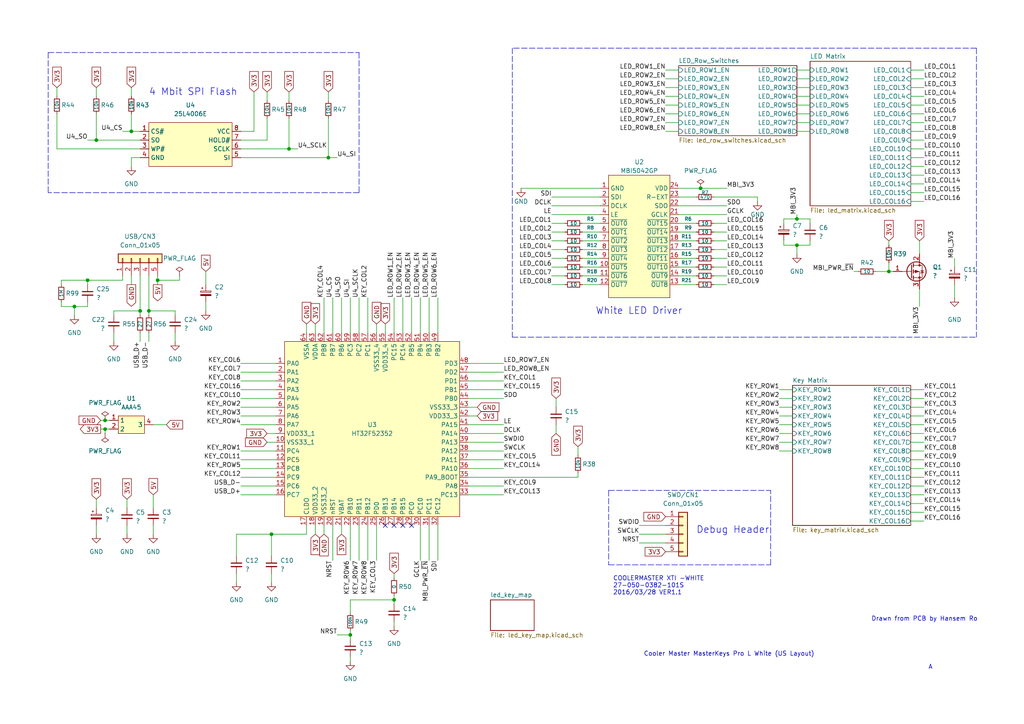
<source format=kicad_sch>
(kicad_sch (version 20211123) (generator eeschema)
  (paper "A4")
  (junction (at 38.1 38.1))
  (junction (at 27.94 40.64))
  (junction (at 25.4 81.28))
  (junction (at 101.6 184.15))
  (junction (at 203.2 54.61))
  (junction (at 30.48 124.46))
  (junction (at 78.74 154.94))
  (junction (at 30.48 121.92))
  (junction (at 83.82 43.18))
  (junction (at 231.14 71.12))
  (junction (at 45.72 81.28))
  (junction (at 231.14 63.5))
  (junction (at 95.25 45.72))
  (junction (at 21.59 88.9))
  (junction (at 114.3 173.99))
  (junction (at 40.64 90.17))
  (junction (at 43.18 90.17))
  (junction (at 257.81 78.74))
  (no_connect (at 114.3 152.4))
  (no_connect (at 111.76 152.4))
  (no_connect (at 116.84 152.4))
  (no_connect (at 119.38 152.4))
  (wire (pts (xy 27.94 33.02) (xy 27.94 40.64)))
  (wire (pts (xy 135.89 138.43) (xy 167.64 138.43)))
  (wire (pts (xy 227.33 63.5) (xy 227.33 64.77)))
  (wire (pts (xy 68.58 161.29) (xy 68.58 154.94)))
  (wire (pts (xy 35.56 38.1) (xy 38.1 38.1)))
  (wire (pts (xy 135.89 107.95) (xy 146.05 107.95)))
  (wire (pts (xy 231.14 71.12) (xy 227.33 71.12)))
  (wire (pts (xy 264.16 30.48) (xy 267.97 30.48)))
  (wire (pts (xy 264.16 143.51) (xy 267.97 143.51)))
  (wire (pts (xy 168.91 82.55) (xy 173.99 82.55)))
  (wire (pts (xy 69.85 107.95) (xy 80.01 107.95)))
  (wire (pts (xy 38.1 38.1) (xy 40.64 38.1)))
  (wire (pts (xy 45.72 81.28) (xy 45.72 82.55)))
  (wire (pts (xy 91.44 154.94) (xy 91.44 152.4)))
  (wire (pts (xy 135.89 130.81) (xy 146.05 130.81)))
  (wire (pts (xy 25.4 82.55) (xy 25.4 81.28)))
  (wire (pts (xy 16.51 33.02) (xy 16.51 43.18)))
  (wire (pts (xy 264.16 27.94) (xy 267.97 27.94)))
  (wire (pts (xy 95.25 26.67) (xy 95.25 29.21)))
  (wire (pts (xy 30.48 124.46) (xy 30.48 125.73)))
  (wire (pts (xy 193.04 20.32) (xy 196.85 20.32)))
  (wire (pts (xy 167.64 129.54) (xy 167.64 132.08)))
  (wire (pts (xy 50.8 90.17) (xy 50.8 91.44)))
  (wire (pts (xy 69.85 105.41) (xy 80.01 105.41)))
  (wire (pts (xy 78.74 166.37) (xy 78.74 168.91)))
  (wire (pts (xy 226.06 115.57) (xy 229.87 115.57)))
  (wire (pts (xy 231.14 62.23) (xy 231.14 63.5)))
  (wire (pts (xy 161.29 123.19) (xy 161.29 125.73)))
  (wire (pts (xy 36.83 147.32) (xy 36.83 144.78)))
  (wire (pts (xy 17.78 81.28) (xy 17.78 82.55)))
  (wire (pts (xy 168.91 74.93) (xy 173.99 74.93)))
  (wire (pts (xy 207.01 74.93) (xy 210.82 74.93)))
  (wire (pts (xy 68.58 166.37) (xy 68.58 168.91)))
  (wire (pts (xy 264.16 133.35) (xy 267.97 133.35)))
  (wire (pts (xy 101.6 184.15) (xy 101.6 185.42)))
  (wire (pts (xy 264.16 113.03) (xy 267.97 113.03)))
  (wire (pts (xy 196.85 62.23) (xy 210.82 62.23)))
  (wire (pts (xy 264.16 20.32) (xy 267.97 20.32)))
  (wire (pts (xy 52.07 80.01) (xy 52.07 81.28)))
  (wire (pts (xy 83.82 26.67) (xy 83.82 29.21)))
  (wire (pts (xy 135.89 113.03) (xy 146.05 113.03)))
  (wire (pts (xy 69.85 133.35) (xy 80.01 133.35)))
  (wire (pts (xy 38.1 48.26) (xy 38.1 45.72)))
  (wire (pts (xy 68.58 154.94) (xy 78.74 154.94)))
  (wire (pts (xy 25.4 81.28) (xy 17.78 81.28)))
  (wire (pts (xy 207.01 69.85) (xy 210.82 69.85)))
  (wire (pts (xy 160.02 80.01) (xy 163.83 80.01)))
  (wire (pts (xy 185.42 154.94) (xy 193.04 154.94)))
  (wire (pts (xy 69.85 40.64) (xy 77.47 40.64)))
  (wire (pts (xy 266.7 69.85) (xy 266.7 73.66)))
  (wire (pts (xy 264.16 118.11) (xy 267.97 118.11)))
  (wire (pts (xy 231.14 20.32) (xy 234.95 20.32)))
  (wire (pts (xy 29.21 121.92) (xy 30.48 121.92)))
  (wire (pts (xy 101.6 190.5) (xy 101.6 191.77)))
  (wire (pts (xy 226.06 123.19) (xy 229.87 123.19)))
  (wire (pts (xy 96.52 86.36) (xy 96.52 96.52)))
  (wire (pts (xy 69.85 138.43) (xy 80.01 138.43)))
  (wire (pts (xy 264.16 22.86) (xy 267.97 22.86)))
  (polyline (pts (xy 223.52 163.83) (xy 223.52 142.24)))
  (wire (pts (xy 69.85 120.65) (xy 80.01 120.65)))
  (polyline (pts (xy 13.97 15.24) (xy 13.97 55.88)))
  (wire (pts (xy 33.02 96.52) (xy 33.02 99.06)))
  (wire (pts (xy 121.92 152.4) (xy 121.92 162.56)))
  (wire (pts (xy 25.4 88.9) (xy 25.4 87.63)))
  (wire (pts (xy 231.14 71.12) (xy 231.14 73.66)))
  (wire (pts (xy 25.4 81.28) (xy 35.56 81.28)))
  (wire (pts (xy 226.06 118.11) (xy 229.87 118.11)))
  (wire (pts (xy 160.02 69.85) (xy 163.83 69.85)))
  (wire (pts (xy 27.94 40.64) (xy 40.64 40.64)))
  (wire (pts (xy 193.04 27.94) (xy 196.85 27.94)))
  (wire (pts (xy 27.94 152.4) (xy 27.94 154.94)))
  (wire (pts (xy 114.3 180.34) (xy 114.3 181.61)))
  (wire (pts (xy 226.06 125.73) (xy 229.87 125.73)))
  (wire (pts (xy 196.85 80.01) (xy 201.93 80.01)))
  (wire (pts (xy 135.89 143.51) (xy 146.05 143.51)))
  (wire (pts (xy 17.78 88.9) (xy 21.59 88.9)))
  (wire (pts (xy 231.14 63.5) (xy 234.95 63.5)))
  (polyline (pts (xy 176.53 163.83) (xy 223.52 163.83)))
  (wire (pts (xy 264.16 151.13) (xy 267.97 151.13)))
  (wire (pts (xy 196.85 72.39) (xy 201.93 72.39)))
  (wire (pts (xy 193.04 35.56) (xy 196.85 35.56)))
  (wire (pts (xy 116.84 86.36) (xy 116.84 96.52)))
  (wire (pts (xy 44.45 147.32) (xy 44.45 143.51)))
  (wire (pts (xy 33.02 91.44) (xy 33.02 90.17)))
  (wire (pts (xy 106.68 86.36) (xy 106.68 96.52)))
  (wire (pts (xy 264.16 140.97) (xy 267.97 140.97)))
  (wire (pts (xy 43.18 90.17) (xy 43.18 91.44)))
  (wire (pts (xy 264.16 48.26) (xy 267.97 48.26)))
  (wire (pts (xy 231.14 27.94) (xy 234.95 27.94)))
  (wire (pts (xy 27.94 25.4) (xy 27.94 27.94)))
  (wire (pts (xy 196.85 64.77) (xy 201.93 64.77)))
  (wire (pts (xy 264.16 135.89) (xy 267.97 135.89)))
  (wire (pts (xy 78.74 154.94) (xy 88.9 154.94)))
  (wire (pts (xy 88.9 93.98) (xy 88.9 96.52)))
  (wire (pts (xy 78.74 154.94) (xy 78.74 161.29)))
  (wire (pts (xy 168.91 77.47) (xy 173.99 77.47)))
  (wire (pts (xy 59.69 87.63) (xy 59.69 90.17)))
  (wire (pts (xy 231.14 63.5) (xy 227.33 63.5)))
  (wire (pts (xy 114.3 173.99) (xy 101.6 173.99)))
  (wire (pts (xy 30.48 121.92) (xy 31.75 121.92)))
  (wire (pts (xy 167.64 138.43) (xy 167.64 137.16)))
  (wire (pts (xy 121.92 86.36) (xy 121.92 96.52)))
  (wire (pts (xy 231.14 22.86) (xy 234.95 22.86)))
  (wire (pts (xy 168.91 72.39) (xy 173.99 72.39)))
  (wire (pts (xy 101.6 86.36) (xy 101.6 96.52)))
  (wire (pts (xy 257.81 78.74) (xy 259.08 78.74)))
  (wire (pts (xy 44.45 123.19) (xy 48.26 123.19)))
  (wire (pts (xy 69.85 135.89) (xy 80.01 135.89)))
  (wire (pts (xy 91.44 93.98) (xy 91.44 96.52)))
  (wire (pts (xy 95.25 45.72) (xy 95.25 34.29)))
  (wire (pts (xy 33.02 90.17) (xy 40.64 90.17)))
  (wire (pts (xy 234.95 63.5) (xy 234.95 64.77)))
  (wire (pts (xy 135.89 115.57) (xy 146.05 115.57)))
  (wire (pts (xy 69.85 118.11) (xy 80.01 118.11)))
  (wire (pts (xy 207.01 64.77) (xy 210.82 64.77)))
  (wire (pts (xy 168.91 80.01) (xy 173.99 80.01)))
  (wire (pts (xy 193.04 33.02) (xy 196.85 33.02)))
  (wire (pts (xy 160.02 57.15) (xy 173.99 57.15)))
  (wire (pts (xy 234.95 71.12) (xy 231.14 71.12)))
  (wire (pts (xy 77.47 125.73) (xy 80.01 125.73)))
  (polyline (pts (xy 283.21 13.97) (xy 283.21 97.79)))
  (wire (pts (xy 151.13 54.61) (xy 173.99 54.61)))
  (wire (pts (xy 27.94 144.78) (xy 27.94 147.32)))
  (wire (pts (xy 226.06 130.81) (xy 229.87 130.81)))
  (wire (pts (xy 104.14 86.36) (xy 104.14 96.52)))
  (wire (pts (xy 30.48 124.46) (xy 31.75 124.46)))
  (wire (pts (xy 264.16 55.88) (xy 267.97 55.88)))
  (wire (pts (xy 109.22 93.98) (xy 109.22 96.52)))
  (wire (pts (xy 16.51 43.18) (xy 40.64 43.18)))
  (wire (pts (xy 50.8 96.52) (xy 50.8 99.06)))
  (wire (pts (xy 135.89 135.89) (xy 146.05 135.89)))
  (wire (pts (xy 114.3 172.72) (xy 114.3 173.99)))
  (wire (pts (xy 196.85 77.47) (xy 201.93 77.47)))
  (wire (pts (xy 16.51 25.4) (xy 16.51 27.94)))
  (wire (pts (xy 114.3 173.99) (xy 114.3 175.26)))
  (wire (pts (xy 83.82 34.29) (xy 83.82 43.18)))
  (wire (pts (xy 207.01 77.47) (xy 210.82 77.47)))
  (wire (pts (xy 254 78.74) (xy 257.81 78.74)))
  (wire (pts (xy 95.25 45.72) (xy 97.79 45.72)))
  (wire (pts (xy 119.38 86.36) (xy 119.38 96.52)))
  (wire (pts (xy 93.98 154.94) (xy 93.98 152.4)))
  (wire (pts (xy 227.33 69.85) (xy 227.33 71.12)))
  (wire (pts (xy 247.65 78.74) (xy 248.92 78.74)))
  (wire (pts (xy 264.16 53.34) (xy 267.97 53.34)))
  (wire (pts (xy 77.47 26.67) (xy 77.47 29.21)))
  (wire (pts (xy 43.18 90.17) (xy 50.8 90.17)))
  (wire (pts (xy 43.18 96.52) (xy 43.18 99.06)))
  (wire (pts (xy 185.42 157.48) (xy 193.04 157.48)))
  (wire (pts (xy 219.71 57.15) (xy 207.01 57.15)))
  (wire (pts (xy 73.66 26.67) (xy 73.66 38.1)))
  (wire (pts (xy 69.85 115.57) (xy 80.01 115.57)))
  (wire (pts (xy 160.02 67.31) (xy 163.83 67.31)))
  (wire (pts (xy 138.43 120.65) (xy 135.89 120.65)))
  (wire (pts (xy 38.1 25.4) (xy 38.1 27.94)))
  (wire (pts (xy 231.14 35.56) (xy 234.95 35.56)))
  (wire (pts (xy 207.01 80.01) (xy 210.82 80.01)))
  (wire (pts (xy 264.16 120.65) (xy 267.97 120.65)))
  (wire (pts (xy 135.89 123.19) (xy 146.05 123.19)))
  (wire (pts (xy 77.47 128.27) (xy 80.01 128.27)))
  (polyline (pts (xy 283.21 13.97) (xy 148.59 13.97)))
  (wire (pts (xy 264.16 38.1) (xy 267.97 38.1)))
  (wire (pts (xy 264.16 123.19) (xy 267.97 123.19)))
  (wire (pts (xy 196.85 57.15) (xy 201.93 57.15)))
  (wire (pts (xy 264.16 33.02) (xy 267.97 33.02)))
  (wire (pts (xy 69.85 123.19) (xy 80.01 123.19)))
  (wire (pts (xy 127 152.4) (xy 127 162.56)))
  (wire (pts (xy 135.89 133.35) (xy 146.05 133.35)))
  (wire (pts (xy 101.6 152.4) (xy 101.6 162.56)))
  (wire (pts (xy 93.98 86.36) (xy 93.98 96.52)))
  (wire (pts (xy 69.85 45.72) (xy 95.25 45.72)))
  (polyline (pts (xy 148.59 13.97) (xy 148.59 97.79)))
  (wire (pts (xy 160.02 64.77) (xy 163.83 64.77)))
  (wire (pts (xy 35.56 81.28) (xy 35.56 80.01)))
  (wire (pts (xy 135.89 125.73) (xy 146.05 125.73)))
  (wire (pts (xy 231.14 25.4) (xy 234.95 25.4)))
  (wire (pts (xy 111.76 93.98) (xy 111.76 96.52)))
  (wire (pts (xy 109.22 152.4) (xy 109.22 162.56)))
  (wire (pts (xy 264.16 138.43) (xy 267.97 138.43)))
  (wire (pts (xy 196.85 74.93) (xy 201.93 74.93)))
  (polyline (pts (xy 176.53 142.24) (xy 223.52 142.24)))
  (wire (pts (xy 101.6 173.99) (xy 101.6 177.8)))
  (wire (pts (xy 77.47 40.64) (xy 77.47 34.29)))
  (wire (pts (xy 99.06 154.94) (xy 99.06 152.4)))
  (wire (pts (xy 264.16 45.72) (xy 267.97 45.72)))
  (wire (pts (xy 160.02 74.93) (xy 163.83 74.93)))
  (wire (pts (xy 17.78 87.63) (xy 17.78 88.9)))
  (wire (pts (xy 207.01 67.31) (xy 210.82 67.31)))
  (wire (pts (xy 97.79 184.15) (xy 101.6 184.15)))
  (wire (pts (xy 38.1 45.72) (xy 40.64 45.72)))
  (wire (pts (xy 264.16 50.8) (xy 267.97 50.8)))
  (wire (pts (xy 231.14 38.1) (xy 234.95 38.1)))
  (polyline (pts (xy 148.59 97.79) (xy 283.21 97.79)))
  (wire (pts (xy 135.89 110.49) (xy 146.05 110.49)))
  (wire (pts (xy 193.04 22.86) (xy 196.85 22.86)))
  (wire (pts (xy 160.02 82.55) (xy 163.83 82.55)))
  (polyline (pts (xy 13.97 15.24) (xy 104.14 15.24)))
  (wire (pts (xy 83.82 43.18) (xy 86.36 43.18)))
  (wire (pts (xy 203.2 54.61) (xy 210.82 54.61)))
  (wire (pts (xy 264.16 43.18) (xy 267.97 43.18)))
  (wire (pts (xy 264.16 128.27) (xy 267.97 128.27)))
  (wire (pts (xy 44.45 152.4) (xy 44.45 154.94)))
  (wire (pts (xy 135.89 128.27) (xy 146.05 128.27)))
  (wire (pts (xy 257.81 76.2) (xy 257.81 78.74)))
  (wire (pts (xy 234.95 69.85) (xy 234.95 71.12)))
  (wire (pts (xy 135.89 105.41) (xy 146.05 105.41)))
  (wire (pts (xy 29.21 124.46) (xy 30.48 124.46)))
  (wire (pts (xy 257.81 69.85) (xy 257.81 71.12)))
  (wire (pts (xy 114.3 166.37) (xy 114.3 167.64)))
  (wire (pts (xy 266.7 83.82) (xy 266.7 88.9)))
  (wire (pts (xy 69.85 140.97) (xy 80.01 140.97)))
  (wire (pts (xy 276.86 74.93) (xy 276.86 77.47)))
  (wire (pts (xy 40.64 80.01) (xy 40.64 90.17)))
  (polyline (pts (xy 176.53 142.24) (xy 176.53 163.83)))
  (wire (pts (xy 127 86.36) (xy 127 96.52)))
  (wire (pts (xy 160.02 59.69) (xy 173.99 59.69)))
  (wire (pts (xy 69.85 143.51) (xy 80.01 143.51)))
  (wire (pts (xy 196.85 67.31) (xy 201.93 67.31)))
  (wire (pts (xy 264.16 40.64) (xy 267.97 40.64)))
  (wire (pts (xy 40.64 90.17) (xy 40.64 91.44)))
  (polyline (pts (xy 104.14 55.88) (xy 13.97 55.88)))
  (wire (pts (xy 193.04 30.48) (xy 196.85 30.48)))
  (wire (pts (xy 83.82 43.18) (xy 69.85 43.18)))
  (wire (pts (xy 193.04 25.4) (xy 196.85 25.4)))
  (wire (pts (xy 161.29 115.57) (xy 161.29 118.11)))
  (wire (pts (xy 219.71 58.42) (xy 219.71 57.15)))
  (wire (pts (xy 124.46 152.4) (xy 124.46 162.56)))
  (wire (pts (xy 231.14 33.02) (xy 234.95 33.02)))
  (wire (pts (xy 124.46 86.36) (xy 124.46 96.52)))
  (wire (pts (xy 264.16 115.57) (xy 267.97 115.57)))
  (wire (pts (xy 264.16 58.42) (xy 267.97 58.42)))
  (wire (pts (xy 38.1 33.02) (xy 38.1 38.1)))
  (wire (pts (xy 226.06 128.27) (xy 229.87 128.27)))
  (wire (pts (xy 264.16 130.81) (xy 267.97 130.81)))
  (wire (pts (xy 264.16 35.56) (xy 267.97 35.56)))
  (wire (pts (xy 168.91 64.77) (xy 173.99 64.77)))
  (wire (pts (xy 69.85 130.81) (xy 80.01 130.81)))
  (wire (pts (xy 160.02 72.39) (xy 163.83 72.39)))
  (wire (pts (xy 101.6 182.88) (xy 101.6 184.15)))
  (wire (pts (xy 196.85 69.85) (xy 201.93 69.85)))
  (wire (pts (xy 264.16 125.73) (xy 267.97 125.73)))
  (wire (pts (xy 104.14 152.4) (xy 104.14 162.56)))
  (wire (pts (xy 135.89 140.97) (xy 146.05 140.97)))
  (wire (pts (xy 226.06 120.65) (xy 229.87 120.65)))
  (wire (pts (xy 36.83 152.4) (xy 36.83 154.94)))
  (wire (pts (xy 43.18 80.01) (xy 43.18 90.17)))
  (wire (pts (xy 168.91 69.85) (xy 173.99 69.85)))
  (wire (pts (xy 196.85 54.61) (xy 203.2 54.61)))
  (wire (pts (xy 264.16 146.05) (xy 267.97 146.05)))
  (wire (pts (xy 264.16 25.4) (xy 267.97 25.4)))
  (wire (pts (xy 207.01 82.55) (xy 210.82 82.55)))
  (wire (pts (xy 226.06 113.03) (xy 229.87 113.03)))
  (wire (pts (xy 40.64 96.52) (xy 40.64 99.06)))
  (wire (pts (xy 196.85 82.55) (xy 201.93 82.55)))
  (wire (pts (xy 276.86 82.55) (xy 276.86 86.36)))
  (wire (pts (xy 73.66 38.1) (xy 69.85 38.1)))
  (wire (pts (xy 45.72 81.28) (xy 52.07 81.28)))
  (wire (pts (xy 231.14 30.48) (xy 234.95 30.48)))
  (wire (pts (xy 185.42 152.4) (xy 193.04 152.4)))
  (wire (pts (xy 168.91 67.31) (xy 173.99 67.31)))
  (wire (pts (xy 69.85 110.49) (xy 80.01 110.49)))
  (wire (pts (xy 138.43 118.11) (xy 135.89 118.11)))
  (wire (pts (xy 38.1 80.01) (xy 38.1 82.55)))
  (wire (pts (xy 114.3 86.36) (xy 114.3 96.52)))
  (wire (pts (xy 69.85 113.03) (xy 80.01 113.03)))
  (wire (pts (xy 99.06 86.36) (xy 99.06 96.52)))
  (wire (pts (xy 193.04 38.1) (xy 196.85 38.1)))
  (polyline (pts (xy 104.14 15.24) (xy 104.14 55.88)))
  (wire (pts (xy 264.16 148.59) (xy 267.97 148.59)))
  (wire (pts (xy 196.85 59.69) (xy 210.82 59.69)))
  (wire (pts (xy 21.59 88.9) (xy 25.4 88.9)))
  (wire (pts (xy 160.02 77.47) (xy 163.83 77.47)))
  (wire (pts (xy 96.52 152.4) (xy 96.52 162.56)))
  (wire (pts (xy 21.59 88.9) (xy 21.59 91.44)))
  (wire (pts (xy 106.68 152.4) (xy 106.68 162.56)))
  (wire (pts (xy 160.02 62.23) (xy 173.99 62.23)))
  (wire (pts (xy 25.4 40.64) (xy 27.94 40.64)))
  (wire (pts (xy 45.72 80.01) (xy 45.72 81.28)))
  (wire (pts (xy 88.9 154.94) (xy 88.9 152.4)))
  (wire (pts (xy 207.01 72.39) (xy 210.82 72.39)))
  (wire (pts (xy 59.69 78.74) (xy 59.69 82.55)))
  (text "White LED Driver" (at 172.72 91.44 0) (effects (font (size 2 2)) (justify left bottom)))
  (text "Drawn from PCB by Hansem Ro" (at 252.73 180.34 0) (effects (font (size 1.27 1.27)) (justify left bottom)))
  (text "Debug Header" (at 201.93 154.94 0) (effects (font (size 2 2)) (justify left bottom)))
  (text "Cooler Master MasterKeys Pro L White (US Layout)" (at 186.69 190.5 0) (effects (font (size 1.27 1.27)) (justify left bottom)))
  (text "COOLERMASTER XTI -WHITE\n27-050-0382-101S\n2016/03/28 VER1.1" (at 177.8 172.72 0) (effects (font (size 1.27 1.27)) (justify left bottom)))
  (text "A" (at 269.24 194.31 0) (effects (font (size 1.27 1.27)) (justify left bottom)))
  (text "4 Mbit SPI Flash" (at 43.18 27.94 0) (effects (font (size 2 2)) (justify left bottom)))
  (label "KEY_COL8" (at 69.85 110.49 180))
  (label "LED_ROW7_EN" (at 146.05 105.41 0))
  (label "LED_COL2" (at 267.97 22.86 0))
  (label "U4_CS" (at 96.52 86.36 90))
  (label "LED_COL4" (at 160.02 72.39 180))
  (label "KEY_COL6" (at 267.97 125.73 0))
  (label "KEY_ROW8" (at 106.68 162.56 270))
  (label "KEY_COL9" (at 267.97 133.35 0))
  (label "LED_COL9" (at 267.97 40.64 0))
  (label "LED_COL13" (at 210.82 72.39 0))
  (label "LED_COL12" (at 210.82 74.93 0))
  (label "LED_ROW2_EN" (at 193.04 22.86 180))
  (label "KEY_COL12" (at 267.97 140.97 0))
  (label "KEY_ROW2" (at 226.06 115.57 180))
  (label "KEY_COL2" (at 267.97 115.57 0))
  (label "LED_COL9" (at 210.82 82.55 0))
  (label "LE" (at 160.02 62.23 180))
  (label "LED_ROW1_EN" (at 193.04 20.32 180))
  (label "KEY_COL14" (at 267.97 146.05 0))
  (label "LED_COL3" (at 160.02 69.85 180))
  (label "GCLK" (at 121.92 162.56 270))
  (label "LED_ROW5_EN" (at 193.04 30.48 180))
  (label "LED_COL16" (at 210.82 64.77 0))
  (label "KEY_ROW6" (at 226.06 125.73 180))
  (label "LED_COL5" (at 160.02 74.93 180))
  (label "MBI_3V3" (at 231.14 62.23 90))
  (label "LED_COL6" (at 267.97 33.02 0))
  (label "KEY_COL15" (at 146.05 113.03 0))
  (label "LED_ROW6_EN" (at 127 86.36 90))
  (label "KEY_COL16" (at 267.97 151.13 0))
  (label "USB_D+" (at 69.85 143.51 180))
  (label "DCLK" (at 146.05 125.73 0))
  (label "MBI_3V3" (at 210.82 54.61 0))
  (label "KEY_COL11" (at 267.97 138.43 0))
  (label "LED_COL6" (at 160.02 77.47 180))
  (label "KEY_COL14" (at 146.05 135.89 0))
  (label "LED_ROW8_EN" (at 146.05 107.95 0))
  (label "KEY_COL12" (at 69.85 138.43 180))
  (label "U4_SO" (at 99.06 86.36 90))
  (label "LED_COL16" (at 267.97 58.42 0))
  (label "LED_ROW8_EN" (at 193.04 38.1 180))
  (label "KEY_COL13" (at 267.97 143.51 0))
  (label "LED_COL14" (at 267.97 53.34 0))
  (label "LED_COL10" (at 267.97 43.18 0))
  (label "KEY_COL1" (at 267.97 113.03 0))
  (label "LED_COL8" (at 160.02 82.55 180))
  (label "MBI_3V3" (at 276.86 74.93 90))
  (label "KEY_ROW6" (at 101.6 162.56 270))
  (label "DCLK" (at 160.02 59.69 180))
  (label "U4_SI" (at 101.6 86.36 90))
  (label "KEY_ROW2" (at 69.85 118.11 180))
  (label "SDO" (at 210.82 59.69 0))
  (label "KEY_COL1" (at 146.05 110.49 0))
  (label "LED_COL7" (at 267.97 35.56 0))
  (label "SWCLK" (at 146.05 130.81 0))
  (label "MBI_3V3" (at 266.7 88.9 270))
  (label "U4_CS" (at 35.56 38.1 180))
  (label "KEY_ROW5" (at 69.85 135.89 180))
  (label "U4_SO" (at 25.4 40.64 180))
  (label "MBI_PWR_~{EN}" (at 124.46 162.56 270))
  (label "LED_COL11" (at 210.82 77.47 0))
  (label "NRST" (at 97.79 184.15 180))
  (label "LED_COL4" (at 267.97 27.94 0))
  (label "KEY_COL7" (at 69.85 107.95 180))
  (label "USB_D-" (at 43.18 99.06 270))
  (label "KEY_COL8" (at 267.97 130.81 0))
  (label "KEY_COL4" (at 267.97 120.65 0))
  (label "U4_SI" (at 97.79 45.72 0))
  (label "LED_COL13" (at 267.97 50.8 0))
  (label "LED_COL1" (at 160.02 64.77 180))
  (label "KEY_COL6" (at 69.85 105.41 180))
  (label "SWDIO" (at 185.42 152.4 180))
  (label "LED_ROW5_EN" (at 124.46 86.36 90))
  (label "KEY_ROW1" (at 226.06 113.03 180))
  (label "KEY_COL3" (at 109.22 162.56 270))
  (label "LE" (at 146.05 123.19 0))
  (label "MBI_PWR_~{EN}" (at 247.65 78.74 180))
  (label "KEY_COL4" (at 93.98 86.36 90))
  (label "KEY_ROW4" (at 69.85 123.19 180))
  (label "KEY_COL13" (at 146.05 143.51 0))
  (label "KEY_COL5" (at 146.05 133.35 0))
  (label "LED_ROW7_EN" (at 193.04 35.56 180))
  (label "KEY_ROW3" (at 226.06 118.11 180))
  (label "LED_ROW6_EN" (at 193.04 33.02 180))
  (label "KEY_ROW7" (at 226.06 128.27 180))
  (label "LED_COL11" (at 267.97 45.72 0))
  (label "USB_D-" (at 69.85 140.97 180))
  (label "KEY_COL7" (at 267.97 128.27 0))
  (label "KEY_COL9" (at 146.05 140.97 0))
  (label "USB_D+" (at 40.64 99.06 270))
  (label "LED_COL7" (at 160.02 80.01 180))
  (label "KEY_COL5" (at 267.97 123.19 0))
  (label "LED_COL12" (at 267.97 48.26 0))
  (label "LED_ROW2_EN" (at 116.84 86.36 90))
  (label "LED_ROW4_EN" (at 121.92 86.36 90))
  (label "NRST" (at 96.52 162.56 270))
  (label "SWDIO" (at 146.05 128.27 0))
  (label "KEY_COL10" (at 69.85 115.57 180))
  (label "LED_ROW3_EN" (at 193.04 25.4 180))
  (label "KEY_COL3" (at 267.97 118.11 0))
  (label "LED_COL2" (at 160.02 67.31 180))
  (label "KEY_COL2" (at 106.68 86.36 90))
  (label "SDO" (at 146.05 115.57 0))
  (label "SWCLK" (at 185.42 154.94 180))
  (label "NRST" (at 185.42 157.48 180))
  (label "LED_COL3" (at 267.97 25.4 0))
  (label "KEY_ROW8" (at 226.06 130.81 180))
  (label "LED_COL15" (at 210.82 67.31 0))
  (label "KEY_ROW3" (at 69.85 120.65 180))
  (label "U4_SCLK" (at 104.14 86.36 90))
  (label "LED_ROW1_EN" (at 114.3 86.36 90))
  (label "LED_COL15" (at 267.97 55.88 0))
  (label "LED_ROW3_EN" (at 119.38 86.36 90))
  (label "KEY_ROW7" (at 104.14 162.56 270))
  (label "LED_COL5" (at 267.97 30.48 0))
  (label "LED_COL1" (at 267.97 20.32 0))
  (label "KEY_COL10" (at 267.97 135.89 0))
  (label "KEY_COL15" (at 267.97 148.59 0))
  (label "LED_ROW4_EN" (at 193.04 27.94 180))
  (label "KEY_ROW4" (at 226.06 120.65 180))
  (label "LED_COL8" (at 267.97 38.1 0))
  (label "LED_COL10" (at 210.82 80.01 0))
  (label "KEY_ROW1" (at 69.85 130.81 180))
  (label "LED_COL14" (at 210.82 69.85 0))
  (label "SDI" (at 160.02 57.15 180))
  (label "SDI" (at 127 162.56 270))
  (label "KEY_COL16" (at 69.85 113.03 180))
  (label "GCLK" (at 210.82 62.23 0))
  (label "KEY_ROW5" (at 226.06 123.19 180))
  (label "KEY_COL11" (at 69.85 133.35 180))
  (label "U4_SCLK" (at 86.36 43.18 0))
  (global_label "3V3" (shape input) (at 27.94 144.78 90) (property "Intersheet References" "${INTERSHEET_REFS}" (effects hide)))
  (global_label "3V3" (shape input) (at 167.64 129.54 90) (property "Intersheet References" "${INTERSHEET_REFS}" (effects hide)))
  (global_label "5V" (shape input) (at 44.45 143.51 90) (property "Intersheet References" "${INTERSHEET_REFS}" (effects hide)))
  (global_label "3V3" (shape input) (at 266.7 69.85 90) (property "Intersheet References" "${INTERSHEET_REFS}" (effects hide)))
  (global_label "3V3" (shape input) (at 38.1 25.4 90) (property "Intersheet References" "${INTERSHEET_REFS}" (effects hide)))
  (global_label "3V3" (shape input) (at 77.47 125.73 180) (property "Intersheet References" "${INTERSHEET_REFS}" (effects hide)))
  (global_label "5V" (shape input) (at 59.69 78.74 90) (property "Intersheet References" "${INTERSHEET_REFS}" (effects hide)))
  (global_label "GND" (shape input) (at 109.22 93.98 90) (property "Intersheet References" "${INTERSHEET_REFS}" (effects hide)))
  (global_label "3V3" (shape input) (at 114.3 166.37 90) (property "Intersheet References" "${INTERSHEET_REFS}" (effects hide)))
  (global_label "3V3" (shape input) (at 111.76 93.98 90) (property "Intersheet References" "${INTERSHEET_REFS}" (effects hide)))
  (global_label "3V3" (shape input) (at 138.43 120.65 0) (property "Intersheet References" "${INTERSHEET_REFS}" (effects hide)))
  (global_label "GND" (shape input) (at 138.43 118.11 0) (property "Intersheet References" "${INTERSHEET_REFS}" (effects hide)))
  (global_label "3V3" (shape input) (at 83.82 26.67 90) (property "Intersheet References" "${INTERSHEET_REFS}" (effects hide)))
  (global_label "3V3" (shape input) (at 77.47 26.67 90) (property "Intersheet References" "${INTERSHEET_REFS}" (effects hide)))
  (global_label "5V" (shape output) (at 45.72 82.55 270) (property "Intersheet References" "${INTERSHEET_REFS}" (effects hide)))
  (global_label "3V3" (shape input) (at 73.66 26.67 90) (property "Intersheet References" "${INTERSHEET_REFS}" (effects hide)))
  (global_label "GND" (shape input) (at 193.04 149.86 180) (property "Intersheet References" "${INTERSHEET_REFS}" (effects hide)))
  (global_label "3V3" (shape input) (at 95.25 26.67 90) (property "Intersheet References" "${INTERSHEET_REFS}" (effects hide)))
  (global_label "3V3" (shape input) (at 36.83 144.78 90) (property "Intersheet References" "${INTERSHEET_REFS}" (effects hide)))
  (global_label "3V3" (shape input) (at 257.81 69.85 90) (property "Intersheet References" "${INTERSHEET_REFS}" (effects hide)))
  (global_label "GND" (shape input) (at 161.29 125.73 270) (property "Intersheet References" "${INTERSHEET_REFS}" (effects hide)))
  (global_label "3V3" (shape input) (at 91.44 93.98 90) (property "Intersheet References" "${INTERSHEET_REFS}" (effects hide)))
  (global_label "GND" (shape input) (at 88.9 93.98 90) (property "Intersheet References" "${INTERSHEET_REFS}" (effects hide)))
  (global_label "3V3" (shape input) (at 99.06 154.94 270) (property "Intersheet References" "${INTERSHEET_REFS}" (effects hide)))
  (global_label "5V" (shape input) (at 48.26 123.19 0) (property "Intersheet References" "${INTERSHEET_REFS}" (effects hide)))
  (global_label "3V3" (shape input) (at 91.44 154.94 270) (property "Intersheet References" "${INTERSHEET_REFS}" (effects hide)))
  (global_label "3V3" (shape input) (at 16.51 25.4 90) (property "Intersheet References" "${INTERSHEET_REFS}" (effects hide)))
  (global_label "3V3" (shape input) (at 193.04 160.02 180) (property "Intersheet References" "${INTERSHEET_REFS}" (effects hide)))
  (global_label "GND" (shape input) (at 29.21 121.92 180) (property "Intersheet References" "${INTERSHEET_REFS}" (effects hide)))
  (global_label "GND" (shape input) (at 93.98 154.94 270) (property "Intersheet References" "${INTERSHEET_REFS}" (effects hide)))
  (global_label "3V3" (shape input) (at 27.94 25.4 90) (property "Intersheet References" "${INTERSHEET_REFS}" (effects hide)))
  (global_label "GND" (shape output) (at 38.1 82.55 270) (property "Intersheet References" "${INTERSHEET_REFS}" (effects hide)))
  (global_label "3V3" (shape input) (at 161.29 115.57 90) (property "Intersheet References" "${INTERSHEET_REFS}" (effects hide)))
  (global_label "GND" (shape input) (at 77.47 128.27 180) (property "Intersheet References" "${INTERSHEET_REFS}" (effects hide)))
  (global_label "3V3" (shape output) (at 29.21 124.46 180) (property "Intersheet References" "${INTERSHEET_REFS}" (effects hide)))
  (symbol (lib_id "Device:C_Small") (at 25.4 85.09 0) (unit 1)
    (property "Reference" "C25" (at 27.94 83.8262 0) (effects (justify left)))
    (property "Value" "?" (at 27.94 86.3662 0) (effects (justify left)))
  )
  (symbol (lib_id "Device:R_Small") (at 257.81 73.66 180) (unit 1)
    (property "Reference" "R39" (at 259.08 73.66 0) (effects (justify right)))
    (property "Value" "10k" (at 257.81 73.66 90) (effects (font (size 1 1))))
  )
  (symbol (lib_id "Device:R_Small") (at 166.37 64.77 90) (unit 1)
    (property "Reference" "R5" (at 170.18 63.5 90) (effects (font (size 1 1)) (justify right)))
    (property "Value" "10" (at 166.37 64.77 90) (effects (font (size 1 1))))
  )
  (symbol (lib_id "Device:R_Small") (at 83.82 31.75 0) (unit 1)
    (property "Reference" "R48" (at 85.09 31.75 0) (effects (justify left)))
    (property "Value" "10k" (at 83.82 31.75 90) (effects (font (size 1 1))))
  )
  (symbol (lib_id "Device:C_Polarized_Small") (at 276.86 80.01 0) (unit 1)
    (property "Reference" "C11" (at 279.4 78.1938 0) (effects (justify left)))
    (property "Value" "?" (at 279.4 80.7338 0) (effects (justify left)))
  )
  (symbol (lib_id "power:GND") (at 59.69 90.17 0) (unit 1)
    (property "Reference" "#PWR0124" (effects hide))
    (property "Value" "GND" (at 59.69 95.25 0))
  )
  (symbol (lib_id "Device:R_Small") (at 251.46 78.74 90) (unit 1)
    (property "Reference" "R42" (at 251.46 76.2 90))
    (property "Value" "10" (at 251.46 78.74 90) (effects (font (size 1 1))))
  )
  (symbol (lib_id "power:GND") (at 78.74 168.91 0) (unit 1)
    (property "Reference" "#PWR0101" (effects hide))
    (property "Value" "GND" (at 78.74 173.99 0))
  )
  (symbol (lib_id "power:GND") (at 36.83 154.94 0) (unit 1)
    (property "Reference" "#PWR0129" (effects hide))
    (property "Value" "GND" (at 36.83 160.02 0))
  )
  (symbol (lib_id "Device:R_Small") (at 16.51 30.48 0) (unit 1)
    (property "Reference" "R44" (at 17.78 30.48 0) (effects (justify left)))
    (property "Value" "10k" (at 16.51 30.48 90) (effects (font (size 1 1))))
  )
  (symbol (lib_id "Device:R_Small") (at 77.47 31.75 0) (unit 1)
    (property "Reference" "R45" (at 78.74 31.75 0) (effects (justify left)))
    (property "Value" "10k" (at 77.47 31.75 90) (effects (font (size 1 1))))
  )
  (symbol (lib_id "Connector_Generic:Conn_01x05") (at 198.12 154.94 0) (unit 1)
    (property "Reference" "SWD/CN1" (at 198.12 143.51 0))
    (property "Value" "Conn_01x05" (at 198.12 146.05 0))
  )
  (symbol (lib_id "power:GND") (at 50.8 99.06 0) (unit 1)
    (property "Reference" "#PWR0126" (effects hide))
    (property "Value" "GND" (at 50.8 104.14 0))
  )
  (symbol (lib_id "Device:C_Small") (at 78.74 163.83 0) (unit 1)
    (property "Reference" "C10" (at 81.28 162.5662 0) (effects (justify left)))
    (property "Value" "?" (at 81.28 165.1062 0) (effects (justify left)))
  )
  (symbol (lib_id "Device:R_Small") (at 204.47 72.39 90) (unit 1)
    (property "Reference" "R13" (at 200.66 71.12 90) (effects (font (size 1 1)) (justify left)))
    (property "Value" "10" (at 204.47 72.39 90) (effects (font (size 1 1))))
  )
  (symbol (lib_id "Device:C_Small") (at 68.58 163.83 0) (unit 1)
    (property "Reference" "C12" (at 71.12 162.5662 0) (effects (justify left)))
    (property "Value" "?" (at 71.12 165.1062 0) (effects (justify left)))
  )
  (symbol (lib_id "power:GND") (at 38.1 48.26 0) (unit 1)
    (property "Reference" "#PWR0103" (effects hide))
    (property "Value" "GND" (at 38.1 53.34 0))
  )
  (symbol (lib_id "power:GND") (at 114.3 181.61 0) (unit 1)
    (property "Reference" "#PWR0132" (effects hide))
    (property "Value" "GND" (at 114.3 186.69 0))
  )
  (symbol (lib_id "Device:R_Small") (at 166.37 82.55 90) (unit 1)
    (property "Reference" "R20" (at 170.18 81.28 90) (effects (font (size 1 1)) (justify right)))
    (property "Value" "10" (at 166.37 82.55 90) (effects (font (size 1 1))))
  )
  (symbol (lib_id "Device:R_Small") (at 204.47 82.55 90) (unit 1)
    (property "Reference" "R21" (at 200.66 81.28 90) (effects (font (size 1 1)) (justify left)))
    (property "Value" "10" (at 204.47 82.55 90) (effects (font (size 1 1))))
  )
  (symbol (lib_id "Device:R_Small") (at 114.3 170.18 0) (unit 1)
    (property "Reference" "R50" (at 115.57 170.18 0) (effects (justify left)))
    (property "Value" "0" (at 114.3 170.18 90) (effects (font (size 1 1))))
  )
  (symbol (lib_id "Device:C_Polarized_Small") (at 27.94 149.86 0) (unit 1)
    (property "Reference" "C4" (at 30.48 148.0438 0) (effects (justify left)))
    (property "Value" "?" (at 30.48 150.5838 0) (effects (justify left)))
  )
  (symbol (lib_id "power:PWR_FLAG") (at 30.48 125.73 180) (unit 1)
    (property "Reference" "#FLG0103" (effects hide))
    (property "Value" "PWR_FLAG" (at 30.48 130.81 0))
  )
  (symbol (lib_id "Device:R_Small") (at 166.37 77.47 90) (unit 1)
    (property "Reference" "R16" (at 170.18 76.2 90) (effects (font (size 1 1)) (justify right)))
    (property "Value" "10" (at 166.37 77.47 90) (effects (font (size 1 1))))
  )
  (symbol (lib_id "power:GND") (at 27.94 154.94 0) (unit 1)
    (property "Reference" "#PWR0128" (effects hide))
    (property "Value" "GND" (at 27.94 160.02 0))
  )
  (symbol (lib_id "Device:R_Small") (at 204.47 69.85 90) (unit 1)
    (property "Reference" "R11" (at 200.66 68.58 90) (effects (font (size 1 1)) (justify left)))
    (property "Value" "10" (at 204.47 69.85 90) (effects (font (size 1 1))))
  )
  (symbol (lib_id "power:GND") (at 219.71 58.42 0) (unit 1)
    (property "Reference" "#PWR0106" (effects hide))
    (property "Value" "GND" (at 219.71 62.23 0))
  )
  (symbol (lib_id "power:GND") (at 33.02 99.06 0) (unit 1)
    (property "Reference" "#PWR0127" (effects hide))
    (property "Value" "GND" (at 33.02 104.14 0))
  )
  (symbol (lib_id "power:PWR_FLAG") (at 30.48 121.92 0) (unit 1)
    (property "Reference" "#FLG0104" (effects hide))
    (property "Value" "PWR_FLAG" (at 30.48 116.84 0))
  )
  (symbol (lib_id "power:PWR_FLAG") (at 203.2 54.61 0) (unit 1)
    (property "Reference" "#FLG0101" (effects hide))
    (property "Value" "PWR_FLAG" (at 203.2 49.53 0))
  )
  (symbol (lib_id "Device:R_Small") (at 204.47 67.31 90) (unit 1)
    (property "Reference" "R9" (at 200.66 66.04 90) (effects (font (size 1 1)) (justify left)))
    (property "Value" "10" (at 204.47 67.31 90) (effects (font (size 1 1))))
  )
  (symbol (lib_id "Device:Q_PMOS_GDS") (at 264.16 78.74 0) (unit 1)
    (property "Reference" "Q1" (at 270.51 77.4699 0) (effects (justify left)))
    (property "Value" "?" (at 270.51 80.0099 0) (effects (justify left)))
  )
  (symbol (lib_id "MBI5042:MBI5042GP") (at 185.42 68.58 0) (unit 1)
    (property "Reference" "U2" (at 185.42 46.99 0))
    (property "Value" "MBI5042GP" (at 185.42 49.53 0))
  )
  (symbol (lib_id "power:GND") (at 151.13 54.61 0) (unit 1)
    (property "Reference" "#PWR0104" (effects hide))
    (property "Value" "GND" (at 151.13 58.42 0))
  )
  (symbol (lib_id "Device:R_Small") (at 204.47 57.15 90) (unit 1)
    (property "Reference" "R7" (at 204.47 55.88 90) (effects (font (size 1 1))))
    (property "Value" "470" (at 204.47 57.15 90) (effects (font (size 1 1))))
  )
  (symbol (lib_id "Device:R_Small") (at 95.25 31.75 0) (unit 1)
    (property "Reference" "R47" (at 96.52 31.75 0) (effects (justify left)))
    (property "Value" "10k" (at 95.25 31.75 90) (effects (font (size 1 1))))
  )
  (symbol (lib_id "power:PWR_FLAG") (at 52.07 80.01 0) (unit 1)
    (property "Reference" "#FLG0102" (effects hide))
    (property "Value" "PWR_FLAG" (at 52.07 74.93 0))
  )
  (symbol (lib_id "Device:R_Small") (at 27.94 30.48 0) (unit 1)
    (property "Reference" "R46" (at 29.21 30.48 0) (effects (justify left)))
    (property "Value" "10k" (at 27.94 30.48 90) (effects (font (size 1 1))))
  )
  (symbol (lib_id "Device:C_Polarized_Small") (at 227.33 67.31 0) (unit 1)
    (property "Reference" "C7" (at 229.87 65.4938 0) (effects (justify left)))
    (property "Value" "?" (at 229.87 68.0338 0) (effects (justify left)))
  )
  (symbol (lib_id "Device:R_Small") (at 167.64 134.62 0) (unit 1)
    (property "Reference" "R38" (at 168.91 134.62 0) (effects (justify left)))
    (property "Value" "10k" (at 167.64 134.62 90) (effects (font (size 1 1))))
  )
  (symbol (lib_id "Device:R_Small") (at 166.37 80.01 90) (unit 1)
    (property "Reference" "R18" (at 170.18 78.74 90) (effects (font (size 1 1)) (justify right)))
    (property "Value" "10" (at 166.37 80.01 90) (effects (font (size 1 1))))
  )
  (symbol (lib_id "Device:C_Small") (at 33.02 93.98 0) (unit 1)
    (property "Reference" "C22" (at 30.48 92.71 0) (effects (justify right)))
    (property "Value" "?" (at 30.48 95.25 0) (effects (justify right)))
  )
  (symbol (lib_id "Device:R_Small") (at 166.37 69.85 90) (unit 1)
    (property "Reference" "R10" (at 170.18 68.58 90) (effects (font (size 1 1)) (justify right)))
    (property "Value" "10" (at 166.37 69.85 90) (effects (font (size 1 1))))
  )
  (symbol (lib_id "Device:R_Small") (at 204.47 80.01 90) (unit 1)
    (property "Reference" "R19" (at 200.66 78.74 90) (effects (font (size 1 1)) (justify left)))
    (property "Value" "10" (at 204.47 80.01 90) (effects (font (size 1 1))))
  )
  (symbol (lib_id "Device:C_Small") (at 101.6 187.96 0) (unit 1)
    (property "Reference" "C13" (at 104.14 186.6962 0) (effects (justify left)))
    (property "Value" "?" (at 104.14 189.2362 0) (effects (justify left)))
  )
  (symbol (lib_id "Device:R_Small") (at 204.47 74.93 90) (unit 1)
    (property "Reference" "R15" (at 200.66 73.66 90) (effects (font (size 1 1)) (justify left)))
    (property "Value" "10" (at 204.47 74.93 90) (effects (font (size 1 1))))
  )
  (symbol (lib_id "Device:R_Small") (at 43.18 93.98 0) (unit 1)
    (property "Reference" "R56" (at 44.45 93.98 0) (effects (justify left)))
    (property "Value" "27" (at 43.18 93.98 90) (effects (font (size 1 1))))
  )
  (symbol (lib_id "power:GND") (at 101.6 191.77 0) (unit 1)
    (property "Reference" "#PWR0125" (effects hide))
    (property "Value" "GND" (at 101.6 196.85 0))
  )
  (symbol (lib_id "Device:C_Small") (at 36.83 149.86 0) (unit 1)
    (property "Reference" "C5" (at 39.37 148.5962 0) (effects (justify left)))
    (property "Value" "?" (at 39.37 151.1362 0) (effects (justify left)))
  )
  (symbol (lib_id "Device:C_Small") (at 50.8 93.98 0) (unit 1)
    (property "Reference" "C24" (at 53.34 92.7162 0) (effects (justify left)))
    (property "Value" "?" (at 53.34 95.2562 0) (effects (justify left)))
  )
  (symbol (lib_id "Device:R_Small") (at 166.37 74.93 90) (unit 1)
    (property "Reference" "R14" (at 170.18 73.66 90) (effects (font (size 1 1)) (justify right)))
    (property "Value" "10" (at 166.37 74.93 90) (effects (font (size 1 1))))
  )
  (symbol (lib_id "Device:R_Small") (at 101.6 180.34 0) (unit 1)
    (property "Reference" "R49" (at 102.87 180.34 0) (effects (justify left)))
    (property "Value" "100k" (at 101.6 180.34 90) (effects (font (size 0.8 0.8))))
  )
  (symbol (lib_id "Device:C_Small") (at 44.45 149.86 0) (unit 1)
    (property "Reference" "C3" (at 46.99 148.5962 0) (effects (justify left)))
    (property "Value" "?" (at 46.99 151.1362 0) (effects (justify left)))
  )
  (symbol (lib_id "Device:C_Small") (at 114.3 177.8 0) (unit 1)
    (property "Reference" "C14" (at 116.84 176.5362 0) (effects (justify left)))
    (property "Value" "?" (at 116.84 179.0762 0) (effects (justify left)))
  )
  (symbol (lib_id "power:GND") (at 276.86 86.36 0) (unit 1)
    (property "Reference" "#PWR0105" (effects hide))
    (property "Value" "GND" (at 276.86 92.71 0))
  )
  (symbol (lib_id "Device:R_Small") (at 166.37 72.39 90) (unit 1)
    (property "Reference" "R12" (at 170.18 71.12 90) (effects (font (size 1 1)) (justify right)))
    (property "Value" "10" (at 166.37 72.39 90) (effects (font (size 1 1))))
  )
  (symbol (lib_id "Connector_Generic:Conn_01x05") (at 40.64 74.93 90) (unit 1)
    (property "Reference" "USB/CN3" (at 40.64 68.58 90))
    (property "Value" "Conn_01x05" (at 40.64 71.12 90))
  )
  (symbol (lib_id "power:GND") (at 21.59 91.44 0) (unit 1)
    (property "Reference" "#PWR0131" (effects hide))
    (property "Value" "GND" (at 21.59 96.52 0))
  )
  (symbol (lib_id "Device:C_Polarized_Small") (at 59.69 85.09 0) (unit 1)
    (property "Reference" "C2" (at 62.23 83.2738 0) (effects (justify left)))
    (property "Value" "?" (at 62.23 85.8138 0) (effects (justify left)))
  )
  (symbol (lib_id "power:GND") (at 44.45 154.94 0) (unit 1)
    (property "Reference" "#PWR0130" (effects hide))
    (property "Value" "GND" (at 44.45 160.02 0))
  )
  (symbol (lib_id "Device:R_Small") (at 40.64 93.98 0) (unit 1)
    (property "Reference" "R55" (at 39.37 93.98 0) (effects (justify right)))
    (property "Value" "27" (at 40.64 93.98 90) (effects (font (size 1 1))))
  )
  (symbol (lib_id "Device:R_Small") (at 17.78 85.09 0) (unit 1)
    (property "Reference" "R99" (at 19.05 85.09 0) (effects (justify left)))
    (property "Value" "1M" (at 17.78 85.09 90) (effects (font (size 1 1))))
  )
  (symbol (lib_id "Device:C_Small") (at 234.95 67.31 0) (unit 1)
    (property "Reference" "C6" (at 237.49 66.0462 0) (effects (justify left)))
    (property "Value" "?" (at 237.49 68.5862 0) (effects (justify left)))
  )
  (symbol (lib_id "power:GND") (at 68.58 168.91 0) (unit 1)
    (property "Reference" "#PWR0102" (effects hide))
    (property "Value" "GND" (at 68.58 173.99 0))
  )
  (symbol (lib_id "Device:R_Small") (at 204.47 64.77 90) (unit 1)
    (property "Reference" "R6" (at 200.66 63.5 90) (effects (font (size 1 1)) (justify left)))
    (property "Value" "10" (at 204.47 64.77 90) (effects (font (size 1 1))))
  )
  (symbol (lib_id "Device:R_Small") (at 38.1 30.48 0) (unit 1)
    (property "Reference" "R43" (at 39.37 30.48 0) (effects (justify left)))
    (property "Value" "10k" (at 38.1 30.48 90) (effects (font (size 1 1))))
  )
  (symbol (lib_id "HT32F52352:HT32F52352") (at 107.95 124.46 0) (unit 1)
    (property "Reference" "U3" (at 107.95 123.19 0))
    (property "Value" "HT32F52352" (at 107.95 125.73 0))
  )
  (symbol (lib_id "Device:R_Small") (at 204.47 77.47 90) (unit 1)
    (property "Reference" "R17" (at 200.66 76.2 90) (effects (font (size 1 1)) (justify left)))
    (property "Value" "10" (at 204.47 77.47 90) (effects (font (size 1 1))))
  )
  (symbol (lib_id "25L4006E:25L4006E") (at 55.88 41.91 0) (unit 1)
    (property "Reference" "U4" (at 55.245 30.48 0))
    (property "Value" "25L4006E" (at 55.245 33.02 0))
  )
  (symbol (lib_id "SMD_components:AAA45") (at 38.1 123.19 0) (unit 1)
    (property "Reference" "U1" (at 38.1 115.57 0))
    (property "Value" "AAA45" (at 38.1 118.11 0))
  )
  (symbol (lib_id "Device:C_Small") (at 161.29 120.65 0) (unit 1)
    (property "Reference" "C15" (at 163.83 119.3862 0) (effects (justify left)))
    (property "Value" "?" (at 163.83 121.9262 0) (effects (justify left)))
  )
  (symbol (lib_id "power:GND") (at 231.14 73.66 0) (unit 1)
    (property "Reference" "#PWR0107" (effects hide))
    (property "Value" "GND" (at 231.14 78.74 0))
  )
  (symbol (lib_id "Device:R_Small") (at 166.37 67.31 90) (unit 1)
    (property "Reference" "R8" (at 170.18 66.04 90) (effects (font (size 1 1)) (justify right)))
    (property "Value" "10" (at 166.37 67.31 90) (effects (font (size 1 1))))
  )
  (sheet (at 196.85 19.05) (size 34.29 20.32) (stroke (width 0.1524))
    (property "Sheet name" "LED_Row_Switches" (at 196.85 18.3384 0) (effects (justify left bottom)))
    (property "Sheet file" "led_row_switches.kicad_sch" (at 196.85 39.9546 0) (effects (justify left top)))
    (pin "LED_ROW7_EN" input (at 196.85 35.56 180))
    (pin "LED_ROW7" output (at 231.14 35.56 0))
    (pin "LED_ROW3" output (at 231.14 25.4 0))
    (pin "LED_ROW4" output (at 231.14 27.94 0))
    (pin "LED_ROW8_EN" input (at 196.85 38.1 180))
    (pin "LED_ROW4_EN" input (at 196.85 27.94 180))
    (pin "LED_ROW8" output (at 231.14 38.1 0))
    (pin "LED_ROW3_EN" input (at 196.85 25.4 180))
    (pin "LED_ROW2" output (at 231.14 22.86 0))
    (pin "LED_ROW6_EN" input (at 196.85 33.02 180))
    (pin "LED_ROW6" output (at 231.14 33.02 0))
    (pin "LED_ROW2_EN" input (at 196.85 22.86 180))
    (pin "LED_ROW1" output (at 231.14 20.32 0))
    (pin "LED_ROW1_EN" input (at 196.85 20.32 180))
    (pin "LED_ROW5" output (at 231.14 30.48 0))
    (pin "LED_ROW5_EN" input (at 196.85 30.48 180))
  )
  (sheet (at 229.87 111.76) (size 34.29 40.64) (stroke (width 0.1524))
    (property "Sheet name" "Key Matrix" (at 229.87 111.0484 0) (effects (justify left bottom)))
    (property "Sheet file" "key_matrix.kicad_sch" (at 229.87 152.9846 0) (effects (justify left top)))
    (pin "KEY_ROW5" input (at 229.87 123.19 180))
    (pin "KEY_ROW3" input (at 229.87 118.11 180))
    (pin "KEY_ROW7" input (at 229.87 128.27 180))
    (pin "KEY_ROW4" input (at 229.87 120.65 180))
    (pin "KEY_ROW1" input (at 229.87 113.03 180))
    (pin "KEY_ROW2" input (at 229.87 115.57 180))
    (pin "KEY_ROW8" input (at 229.87 130.81 180))
    (pin "KEY_ROW6" input (at 229.87 125.73 180))
    (pin "KEY_COL1" output (at 264.16 113.03 0))
    (pin "KEY_COL2" output (at 264.16 115.57 0))
    (pin "KEY_COL3" output (at 264.16 118.11 0))
    (pin "KEY_COL4" output (at 264.16 120.65 0))
    (pin "KEY_COL5" output (at 264.16 123.19 0))
    (pin "KEY_COL6" output (at 264.16 125.73 0))
    (pin "KEY_COL7" output (at 264.16 128.27 0))
    (pin "KEY_COL8" output (at 264.16 130.81 0))
    (pin "KEY_COL9" output (at 264.16 133.35 0))
    (pin "KEY_COL10" output (at 264.16 135.89 0))
    (pin "KEY_COL11" output (at 264.16 138.43 0))
    (pin "KEY_COL12" output (at 264.16 140.97 0))
    (pin "KEY_COL13" output (at 264.16 143.51 0))
    (pin "KEY_COL14" output (at 264.16 146.05 0))
    (pin "KEY_COL15" output (at 264.16 148.59 0))
    (pin "KEY_COL16" output (at 264.16 151.13 0))
  )
  (sheet (at 234.95 17.78) (size 29.21 41.91) (stroke (width 0.1524))
    (property "Sheet name" "LED Matrix" (at 234.95 17.0684 0) (effects (justify left bottom)))
    (property "Sheet file" "led_matrix.kicad_sch" (at 234.95 60.2746 0) (effects (justify left top)))
    (pin "LED_COL6" input (at 264.16 33.02 0))
    (pin "LED_COL5" input (at 264.16 30.48 0))
    (pin "LED_COL7" input (at 264.16 35.56 0))
    (pin "LED_COL8" input (at 264.16 38.1 0))
    (pin "LED_ROW3" input (at 234.95 25.4 180))
    (pin "LED_ROW2" input (at 234.95 22.86 180))
    (pin "LED_ROW6" input (at 234.95 33.02 180))
    (pin "LED_ROW5" input (at 234.95 30.48 180))
    (pin "LED_ROW4" input (at 234.95 27.94 180))
    (pin "LED_COL11" input (at 264.16 45.72 0))
    (pin "LED_COL12" input (at 264.16 48.26 0))
    (pin "LED_COL13" input (at 264.16 50.8 0))
    (pin "LED_COL10" input (at 264.16 43.18 0))
    (pin "LED_COL9" input (at 264.16 40.64 0))
    (pin "LED_COL15" input (at 264.16 55.88 0))
    (pin "LED_COL14" input (at 264.16 53.34 0))
    (pin "LED_COL16" input (at 264.16 58.42 0))
    (pin "LED_COL3" input (at 264.16 25.4 0))
    (pin "LED_COL2" input (at 264.16 22.86 0))
    (pin "LED_COL4" input (at 264.16 27.94 0))
    (pin "LED_ROW1" input (at 234.95 20.32 180))
    (pin "LED_COL1" input (at 264.16 20.32 0))
    (pin "LED_ROW7" input (at 234.95 35.56 180))
    (pin "LED_ROW8" input (at 234.95 38.1 180))
  )
  (sheet (at 142.24 173.99) (size 12.7 8.89) (stroke (width 0.1524))
    (property "Sheet name" "led_key_map" (at 142.24 173.2784 0) (effects (justify left bottom)))
    (property "Sheet file" "led_key_map.kicad_sch" (at 142.24 183.4646 0) (effects (justify left top)))
  )
)
</source>
